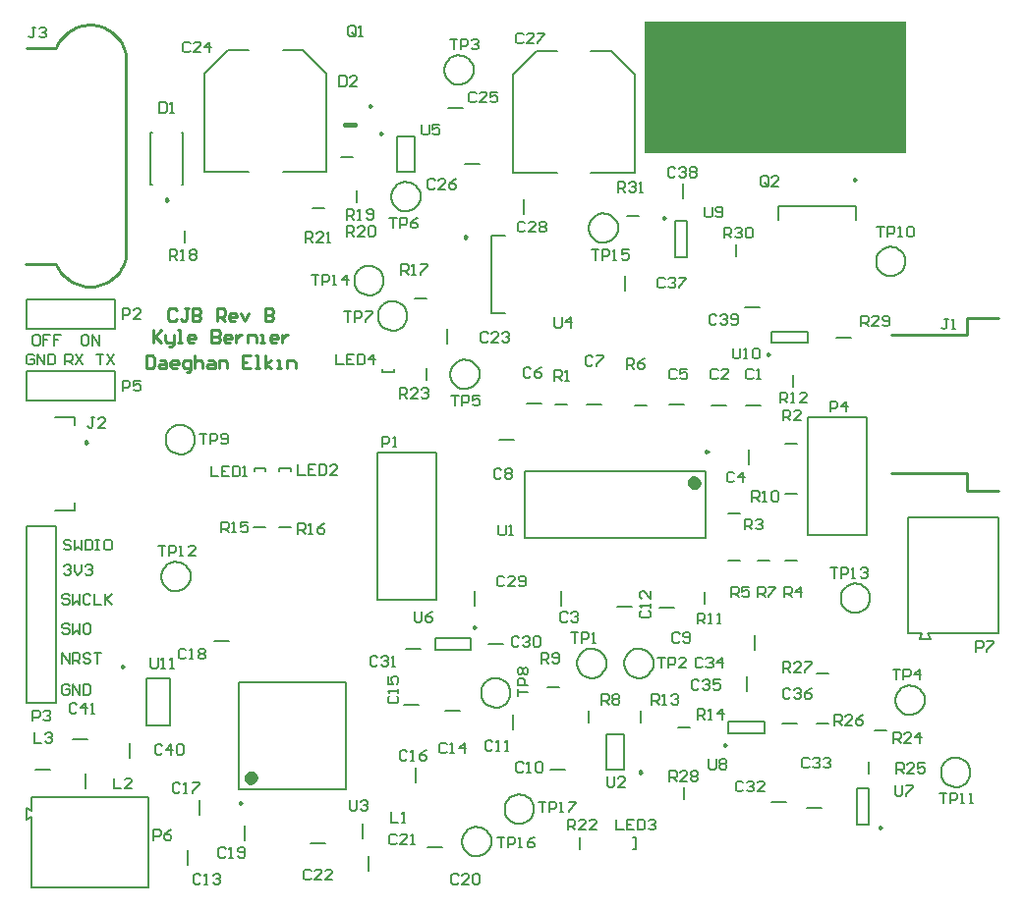
<source format=gto>
G04*
G04 #@! TF.GenerationSoftware,Altium Limited,Altium Designer,18.1.9 (240)*
G04*
G04 Layer_Color=65535*
%FSLAX25Y25*%
%MOIN*%
G70*
G01*
G75*
%ADD10C,0.01000*%
%ADD11C,0.00787*%
%ADD12C,0.00984*%
%ADD13C,0.02362*%
%ADD14C,0.00800*%
%ADD15C,0.01575*%
%ADD16R,0.88500X0.44500*%
D10*
X92304Y339706D02*
X92729Y338784D01*
X93227Y337899D01*
X93796Y337058D01*
X94431Y336266D01*
X95129Y335529D01*
X95884Y334851D01*
X96692Y334236D01*
X97548Y333689D01*
X98445Y333214D01*
X99378Y332813D01*
X100340Y332489D01*
X101325Y332245D01*
X102327Y332082D01*
X103339Y332000D01*
X104354Y332002D01*
X105366Y332086D01*
X106368Y332252D01*
X107352Y332499D01*
X108314Y332826D01*
X109245Y333229D01*
X110141Y333707D01*
X110995Y334257D01*
X111801Y334873D01*
X112554Y335554D01*
X113250Y336294D01*
X113883Y337087D01*
X114449Y337930D01*
X114945Y338816D01*
X115367Y339739D01*
X115713Y340694D01*
X115980Y341673D01*
X115973Y410903D02*
X115740Y411873D01*
X115429Y412821D01*
X115043Y413741D01*
X114584Y414627D01*
X114055Y415472D01*
X113459Y416273D01*
X112801Y417022D01*
X112085Y417716D01*
X111314Y418351D01*
X110495Y418920D01*
X109633Y419422D01*
X108733Y419853D01*
X107802Y420210D01*
X106844Y420490D01*
X105867Y420692D01*
X104877Y420815D01*
X103881Y420857D01*
X102884Y420819D01*
X101893Y420701D01*
X100915Y420503D01*
X99957Y420226D01*
X99023Y419874D01*
X98122Y419447D01*
X97257Y418949D01*
X96436Y418382D01*
X95663Y417751D01*
X94944Y417060D01*
X94282Y416313D01*
X93683Y415516D01*
X93151Y414672D01*
X92688Y413788D01*
X92298Y412870D01*
X401500Y321400D02*
X412050D01*
X401500Y315500D02*
Y321400D01*
X375800Y315500D02*
X401500D01*
X375800Y268500D02*
X401500D01*
Y262500D02*
Y268500D01*
Y262500D02*
X412050D01*
X82128Y339773D02*
X92128D01*
X115972Y341673D02*
Y410906D01*
X82248Y412874D02*
X92248D01*
X133222Y323785D02*
X132538Y324468D01*
X131172D01*
X130489Y323785D01*
Y321052D01*
X131172Y320369D01*
X132538D01*
X133222Y321052D01*
X137320Y324468D02*
X135954D01*
X136637D01*
Y321052D01*
X135954Y320369D01*
X135271D01*
X134588Y321052D01*
X138686Y324468D02*
Y320369D01*
X140736D01*
X141419Y321052D01*
Y321736D01*
X140736Y322419D01*
X138686D01*
X140736D01*
X141419Y323102D01*
Y323785D01*
X140736Y324468D01*
X138686D01*
X146884Y320369D02*
Y324468D01*
X148933D01*
X149616Y323785D01*
Y322419D01*
X148933Y321736D01*
X146884D01*
X148250D02*
X149616Y320369D01*
X153032D02*
X151666D01*
X150982Y321052D01*
Y322419D01*
X151666Y323102D01*
X153032D01*
X153715Y322419D01*
Y321736D01*
X150982D01*
X155081Y323102D02*
X156447Y320369D01*
X157814Y323102D01*
X163278Y324468D02*
Y320369D01*
X165328D01*
X166011Y321052D01*
Y321736D01*
X165328Y322419D01*
X163278D01*
X165328D01*
X166011Y323102D01*
Y323785D01*
X165328Y324468D01*
X163278D01*
X125366Y317149D02*
Y313051D01*
Y314417D01*
X128098Y317149D01*
X126049Y315100D01*
X128098Y313051D01*
X129464Y315783D02*
Y313734D01*
X130148Y313051D01*
X132197D01*
Y312368D01*
X131514Y311685D01*
X130831D01*
X132197Y313051D02*
Y315783D01*
X133563Y313051D02*
X134929D01*
X134246D01*
Y317149D01*
X133563D01*
X139028Y313051D02*
X137662D01*
X136979Y313734D01*
Y315100D01*
X137662Y315783D01*
X139028D01*
X139711Y315100D01*
Y314417D01*
X136979D01*
X145176Y317149D02*
Y313051D01*
X147225D01*
X147908Y313734D01*
Y314417D01*
X147225Y315100D01*
X145176D01*
X147225D01*
X147908Y315783D01*
Y316466D01*
X147225Y317149D01*
X145176D01*
X151324Y313051D02*
X149958D01*
X149275Y313734D01*
Y315100D01*
X149958Y315783D01*
X151324D01*
X152007Y315100D01*
Y314417D01*
X149275D01*
X153373Y315783D02*
Y313051D01*
Y314417D01*
X154056Y315100D01*
X154740Y315783D01*
X155423D01*
X157472Y313051D02*
Y315783D01*
X159521D01*
X160205Y315100D01*
Y313051D01*
X161571D02*
X162937D01*
X162254D01*
Y315783D01*
X161571D01*
X167036Y313051D02*
X165669D01*
X164986Y313734D01*
Y315100D01*
X165669Y315783D01*
X167036D01*
X167719Y315100D01*
Y314417D01*
X164986D01*
X169085Y315783D02*
Y313051D01*
Y314417D01*
X169768Y315100D01*
X170451Y315783D01*
X171134D01*
X122975Y308465D02*
Y304366D01*
X125024D01*
X125707Y305049D01*
Y307782D01*
X125024Y308465D01*
X122975D01*
X127757Y307099D02*
X129123D01*
X129806Y306416D01*
Y304366D01*
X127757D01*
X127074Y305049D01*
X127757Y305732D01*
X129806D01*
X133222Y304366D02*
X131855D01*
X131172Y305049D01*
Y306416D01*
X131855Y307099D01*
X133222D01*
X133905Y306416D01*
Y305732D01*
X131172D01*
X136637Y303000D02*
X137320D01*
X138003Y303683D01*
Y307099D01*
X135954D01*
X135271Y306416D01*
Y305049D01*
X135954Y304366D01*
X138003D01*
X139370Y308465D02*
Y304366D01*
Y306416D01*
X140053Y307099D01*
X141419D01*
X142102Y306416D01*
Y304366D01*
X144151Y307099D02*
X145518D01*
X146201Y306416D01*
Y304366D01*
X144151D01*
X143468Y305049D01*
X144151Y305732D01*
X146201D01*
X147567Y304366D02*
Y307099D01*
X149616D01*
X150299Y306416D01*
Y304366D01*
X158497Y308465D02*
X155764D01*
Y304366D01*
X158497D01*
X155764Y306416D02*
X157130D01*
X159863Y304366D02*
X161229D01*
X160546D01*
Y308465D01*
X159863D01*
X163278Y304366D02*
Y308465D01*
Y305732D02*
X165328Y307099D01*
X163278Y305732D02*
X165328Y304366D01*
X167377D02*
X168743D01*
X168060D01*
Y307099D01*
X167377D01*
X170793Y304366D02*
Y307099D01*
X172842D01*
X173525Y306416D01*
Y304366D01*
D11*
X254500Y154500D02*
X254398Y155507D01*
X254095Y156472D01*
X253604Y157356D01*
X252945Y158124D01*
X252145Y158743D01*
X251237Y159189D01*
X250257Y159442D01*
X249247Y159494D01*
X248247Y159340D01*
X247298Y158989D01*
X246440Y158454D01*
X245706Y157757D01*
X245128Y156927D01*
X244729Y155997D01*
X244526Y155006D01*
Y153994D01*
X244729Y153003D01*
X245128Y152074D01*
X245706Y151243D01*
X246440Y150546D01*
X247298Y150011D01*
X248247Y149660D01*
X249247Y149506D01*
X250257Y149558D01*
X251237Y149811D01*
X252145Y150257D01*
X252945Y150876D01*
X253604Y151644D01*
X254095Y152528D01*
X254398Y153493D01*
X254500Y154500D01*
X240000Y143500D02*
X239898Y144507D01*
X239595Y145472D01*
X239104Y146356D01*
X238445Y147124D01*
X237645Y147743D01*
X236736Y148189D01*
X235757Y148442D01*
X234747Y148494D01*
X233747Y148340D01*
X232798Y147989D01*
X231940Y147454D01*
X231206Y146757D01*
X230628Y145926D01*
X230229Y144997D01*
X230026Y144006D01*
Y142994D01*
X230229Y142003D01*
X230628Y141074D01*
X231206Y140243D01*
X231940Y139546D01*
X232798Y139011D01*
X233747Y138660D01*
X234747Y138506D01*
X235757Y138558D01*
X236736Y138811D01*
X237645Y139257D01*
X238445Y139876D01*
X239104Y140644D01*
X239595Y141528D01*
X239898Y142493D01*
X240000Y143500D01*
X203500Y334000D02*
X203398Y335006D01*
X203095Y335972D01*
X202604Y336856D01*
X201945Y337624D01*
X201145Y338243D01*
X200237Y338689D01*
X199257Y338942D01*
X198247Y338994D01*
X197247Y338840D01*
X196298Y338489D01*
X195440Y337954D01*
X194706Y337257D01*
X194128Y336426D01*
X193729Y335497D01*
X193526Y334506D01*
Y333494D01*
X193729Y332503D01*
X194128Y331574D01*
X194706Y330743D01*
X195440Y330046D01*
X196298Y329511D01*
X197247Y329160D01*
X198247Y329006D01*
X199257Y329058D01*
X200237Y329311D01*
X201145Y329757D01*
X201945Y330376D01*
X202604Y331144D01*
X203095Y332028D01*
X203398Y332994D01*
X203500Y334000D01*
X283000Y351819D02*
X282898Y352825D01*
X282595Y353791D01*
X282104Y354675D01*
X281445Y355443D01*
X280645Y356062D01*
X279736Y356508D01*
X278757Y356761D01*
X277747Y356813D01*
X276747Y356659D01*
X275798Y356308D01*
X274939Y355773D01*
X274206Y355076D01*
X273628Y354245D01*
X273229Y353316D01*
X273026Y352325D01*
Y351313D01*
X273229Y350322D01*
X273628Y349392D01*
X274206Y348562D01*
X274939Y347865D01*
X275798Y347330D01*
X276747Y346978D01*
X277747Y346825D01*
X278757Y346877D01*
X279736Y347130D01*
X280645Y347576D01*
X281445Y348195D01*
X282104Y348963D01*
X282595Y349847D01*
X282898Y350812D01*
X283000Y351819D01*
X368500Y226150D02*
X368398Y227156D01*
X368095Y228121D01*
X367604Y229006D01*
X366945Y229774D01*
X366145Y230393D01*
X365236Y230838D01*
X364257Y231092D01*
X363247Y231143D01*
X362247Y230990D01*
X361298Y230639D01*
X360439Y230103D01*
X359706Y229406D01*
X359128Y228576D01*
X358729Y227646D01*
X358526Y226656D01*
Y225644D01*
X358729Y224653D01*
X359128Y223723D01*
X359706Y222893D01*
X360439Y222196D01*
X361298Y221661D01*
X362247Y221309D01*
X363247Y221156D01*
X364257Y221207D01*
X365236Y221461D01*
X366145Y221906D01*
X366945Y222526D01*
X367604Y223293D01*
X368095Y224178D01*
X368398Y225143D01*
X368500Y226150D01*
X402500Y167000D02*
X402398Y168007D01*
X402095Y168972D01*
X401604Y169856D01*
X400945Y170624D01*
X400145Y171243D01*
X399236Y171689D01*
X398257Y171942D01*
X397247Y171994D01*
X396247Y171840D01*
X395298Y171489D01*
X394440Y170954D01*
X393706Y170257D01*
X393128Y169427D01*
X392729Y168497D01*
X392526Y167506D01*
Y166494D01*
X392729Y165503D01*
X393128Y164574D01*
X393706Y163743D01*
X394440Y163046D01*
X395298Y162511D01*
X396247Y162160D01*
X397247Y162006D01*
X398257Y162058D01*
X399236Y162311D01*
X400145Y162757D01*
X400945Y163376D01*
X401604Y164144D01*
X402095Y165028D01*
X402398Y165993D01*
X402500Y167000D01*
X138000Y233500D02*
X137898Y234507D01*
X137595Y235472D01*
X137104Y236356D01*
X136445Y237124D01*
X135645Y237743D01*
X134737Y238189D01*
X133757Y238442D01*
X132747Y238494D01*
X131747Y238340D01*
X130798Y237989D01*
X129939Y237454D01*
X129206Y236757D01*
X128628Y235927D01*
X128229Y234997D01*
X128026Y234006D01*
Y232994D01*
X128229Y232003D01*
X128628Y231073D01*
X129206Y230243D01*
X129939Y229546D01*
X130798Y229011D01*
X131747Y228660D01*
X132747Y228506D01*
X133757Y228558D01*
X134737Y228811D01*
X135645Y229257D01*
X136445Y229876D01*
X137104Y230644D01*
X137595Y231528D01*
X137898Y232493D01*
X138000Y233500D01*
X139500Y280000D02*
X139398Y281007D01*
X139095Y281972D01*
X138604Y282856D01*
X137945Y283624D01*
X137145Y284243D01*
X136237Y284689D01*
X135257Y284942D01*
X134247Y284994D01*
X133247Y284840D01*
X132298Y284489D01*
X131439Y283954D01*
X130706Y283257D01*
X130128Y282427D01*
X129729Y281497D01*
X129526Y280506D01*
Y279494D01*
X129729Y278503D01*
X130128Y277573D01*
X130706Y276743D01*
X131439Y276046D01*
X132298Y275511D01*
X133247Y275160D01*
X134247Y275006D01*
X135257Y275058D01*
X136237Y275311D01*
X137145Y275757D01*
X137945Y276376D01*
X138604Y277144D01*
X139095Y278028D01*
X139398Y278994D01*
X139500Y280000D01*
X380500Y340488D02*
X380398Y341495D01*
X380095Y342460D01*
X379604Y343344D01*
X378945Y344112D01*
X378145Y344731D01*
X377237Y345177D01*
X376257Y345430D01*
X375247Y345482D01*
X374247Y345329D01*
X373298Y344977D01*
X372440Y344442D01*
X371706Y343745D01*
X371128Y342915D01*
X370729Y341985D01*
X370526Y340994D01*
Y339982D01*
X370729Y338991D01*
X371128Y338062D01*
X371706Y337231D01*
X372440Y336534D01*
X373298Y335999D01*
X374247Y335648D01*
X375247Y335495D01*
X376257Y335546D01*
X377237Y335799D01*
X378145Y336245D01*
X378945Y336864D01*
X379604Y337632D01*
X380095Y338516D01*
X380398Y339482D01*
X380500Y340488D01*
X387000Y191500D02*
X386898Y192507D01*
X386595Y193472D01*
X386104Y194356D01*
X385445Y195124D01*
X384645Y195743D01*
X383736Y196189D01*
X382757Y196442D01*
X381747Y196494D01*
X380747Y196340D01*
X379798Y195989D01*
X378940Y195454D01*
X378206Y194757D01*
X377628Y193927D01*
X377229Y192997D01*
X377026Y192006D01*
Y190994D01*
X377229Y190003D01*
X377628Y189074D01*
X378206Y188243D01*
X378940Y187546D01*
X379798Y187011D01*
X380747Y186660D01*
X381747Y186506D01*
X382757Y186558D01*
X383736Y186811D01*
X384645Y187257D01*
X385445Y187876D01*
X386104Y188644D01*
X386595Y189528D01*
X386898Y190494D01*
X387000Y191500D01*
X211500Y322000D02*
X211398Y323007D01*
X211095Y323972D01*
X210604Y324856D01*
X209945Y325624D01*
X209145Y326243D01*
X208237Y326689D01*
X207257Y326942D01*
X206247Y326994D01*
X205247Y326840D01*
X204298Y326489D01*
X203439Y325954D01*
X202706Y325257D01*
X202128Y324427D01*
X201729Y323497D01*
X201526Y322506D01*
Y321494D01*
X201729Y320503D01*
X202128Y319573D01*
X202706Y318743D01*
X203439Y318046D01*
X204298Y317511D01*
X205247Y317160D01*
X206247Y317006D01*
X207257Y317058D01*
X208237Y317311D01*
X209145Y317757D01*
X209945Y318376D01*
X210604Y319144D01*
X211095Y320028D01*
X211398Y320993D01*
X211500Y322000D01*
X216000Y362500D02*
X215898Y363507D01*
X215595Y364472D01*
X215104Y365356D01*
X214445Y366124D01*
X213645Y366743D01*
X212737Y367189D01*
X211757Y367442D01*
X210747Y367494D01*
X209747Y367340D01*
X208798Y366989D01*
X207940Y366454D01*
X207206Y365757D01*
X206628Y364927D01*
X206229Y363997D01*
X206026Y363006D01*
Y361994D01*
X206229Y361003D01*
X206628Y360073D01*
X207206Y359243D01*
X207940Y358546D01*
X208798Y358011D01*
X209747Y357660D01*
X210747Y357506D01*
X211757Y357558D01*
X212737Y357811D01*
X213645Y358257D01*
X214445Y358876D01*
X215104Y359644D01*
X215595Y360528D01*
X215898Y361493D01*
X216000Y362500D01*
X234000Y405500D02*
X233898Y406506D01*
X233595Y407472D01*
X233104Y408356D01*
X232445Y409124D01*
X231645Y409743D01*
X230736Y410189D01*
X229757Y410442D01*
X228747Y410494D01*
X227747Y410340D01*
X226798Y409989D01*
X225939Y409454D01*
X225206Y408757D01*
X224628Y407927D01*
X224229Y406997D01*
X224026Y406006D01*
Y404994D01*
X224229Y404003D01*
X224628Y403074D01*
X225206Y402243D01*
X225939Y401546D01*
X226798Y401011D01*
X227747Y400660D01*
X228747Y400506D01*
X229757Y400558D01*
X230736Y400811D01*
X231645Y401257D01*
X232445Y401876D01*
X233104Y402644D01*
X233595Y403528D01*
X233898Y404494D01*
X234000Y405500D01*
X246500Y194000D02*
X246398Y195007D01*
X246095Y195972D01*
X245604Y196856D01*
X244945Y197624D01*
X244145Y198243D01*
X243236Y198689D01*
X242257Y198942D01*
X241247Y198994D01*
X240247Y198840D01*
X239298Y198489D01*
X238439Y197954D01*
X237706Y197257D01*
X237128Y196426D01*
X236729Y195497D01*
X236526Y194506D01*
Y193494D01*
X236729Y192503D01*
X237128Y191574D01*
X237706Y190743D01*
X238439Y190046D01*
X239298Y189511D01*
X240247Y189160D01*
X241247Y189006D01*
X242257Y189058D01*
X243236Y189311D01*
X244145Y189757D01*
X244945Y190376D01*
X245604Y191144D01*
X246095Y192028D01*
X246398Y192993D01*
X246500Y194000D01*
X236000Y302150D02*
X235898Y303156D01*
X235595Y304121D01*
X235104Y305006D01*
X234445Y305774D01*
X233645Y306393D01*
X232736Y306838D01*
X231757Y307092D01*
X230747Y307143D01*
X229747Y306990D01*
X228798Y306639D01*
X227940Y306103D01*
X227206Y305406D01*
X226628Y304576D01*
X226229Y303646D01*
X226026Y302656D01*
Y301644D01*
X226229Y300653D01*
X226628Y299723D01*
X227206Y298893D01*
X227940Y298196D01*
X228798Y297661D01*
X229747Y297309D01*
X230747Y297156D01*
X231757Y297207D01*
X232736Y297461D01*
X233645Y297906D01*
X234445Y298526D01*
X235104Y299293D01*
X235595Y300178D01*
X235898Y301143D01*
X236000Y302150D01*
X294994Y204000D02*
X294891Y205007D01*
X294588Y205972D01*
X294098Y206856D01*
X293439Y207624D01*
X292639Y208243D01*
X291730Y208689D01*
X290751Y208942D01*
X289740Y208994D01*
X288740Y208840D01*
X287792Y208489D01*
X286933Y207954D01*
X286200Y207257D01*
X285622Y206427D01*
X285223Y205497D01*
X285019Y204506D01*
Y203494D01*
X285223Y202503D01*
X285622Y201573D01*
X286200Y200743D01*
X286933Y200046D01*
X287792Y199511D01*
X288740Y199160D01*
X289740Y199006D01*
X290751Y199058D01*
X291730Y199311D01*
X292639Y199757D01*
X293439Y200376D01*
X294098Y201144D01*
X294588Y202028D01*
X294891Y202993D01*
X294994Y204000D01*
X279000D02*
X278898Y205007D01*
X278595Y205972D01*
X278104Y206856D01*
X277445Y207624D01*
X276645Y208243D01*
X275736Y208689D01*
X274757Y208942D01*
X273747Y208994D01*
X272747Y208840D01*
X271798Y208489D01*
X270939Y207954D01*
X270206Y207257D01*
X269628Y206427D01*
X269229Y205497D01*
X269026Y204506D01*
Y203494D01*
X269229Y202503D01*
X269628Y201573D01*
X270206Y200743D01*
X270939Y200046D01*
X271798Y199511D01*
X272747Y199160D01*
X273747Y199006D01*
X274757Y199058D01*
X275736Y199311D01*
X276645Y199757D01*
X277445Y200376D01*
X278104Y201144D01*
X278595Y202028D01*
X278898Y202993D01*
X279000Y204000D01*
X279047Y180102D02*
X284953D01*
X279047Y167898D02*
X284953D01*
X279047D02*
Y180102D01*
X284953Y167898D02*
Y180102D01*
X381252Y214407D02*
X386173D01*
X381252D02*
Y253778D01*
X411961D01*
Y214407D02*
Y253778D01*
X385189Y212439D02*
X389126D01*
X388142Y214407D02*
X389126Y212439D01*
X388142Y214407D02*
X411961D01*
X385189Y212439D02*
X386173Y214407D01*
X221500Y225500D02*
Y275500D01*
X201500Y225500D02*
Y275500D01*
Y225500D02*
X221500D01*
X201500Y275500D02*
X221500D01*
X302445Y354181D02*
X306382D01*
X302445Y341976D02*
X306382D01*
X302445D02*
Y354181D01*
X306382Y341976D02*
Y354181D01*
X320378Y180190D02*
Y184127D01*
X332583Y180190D02*
Y184127D01*
X320378Y180190D02*
X332583D01*
X320378Y184127D02*
X332583D01*
X364181Y149330D02*
X368119D01*
X364181Y161535D02*
X368119D01*
Y149330D02*
Y161535D01*
X364181Y149330D02*
Y161535D01*
X334998Y312831D02*
Y316769D01*
X347202Y312831D02*
Y316769D01*
X334998Y312831D02*
X347202D01*
X334998Y316769D02*
X347202D01*
X233102Y208531D02*
Y212469D01*
X220898Y208531D02*
Y212469D01*
X233102D01*
X220898Y208531D02*
X233102D01*
X208047Y370898D02*
X213953D01*
X208047Y383102D02*
X213953D01*
Y370898D02*
Y383102D01*
X208047Y370898D02*
Y383102D01*
X240126Y322811D02*
X244850D01*
X240126D02*
Y349189D01*
X244850D01*
X190646Y161320D02*
Y197541D01*
X154425Y161320D02*
Y197541D01*
X190646D01*
X154425Y161320D02*
X190646D01*
X251291Y246472D02*
Y269307D01*
X312709Y246472D02*
Y269307D01*
X251291Y246472D02*
X312709D01*
X251291Y269307D02*
X312709D01*
X123000Y183000D02*
X131000D01*
X123000Y199000D02*
X131000D01*
Y183000D02*
Y199000D01*
X123000Y183000D02*
Y199000D01*
X363689Y354650D02*
Y359374D01*
X337311D02*
X363689D01*
X337311Y354650D02*
Y359374D01*
X84158Y153827D02*
Y158748D01*
X123528D01*
Y128039D02*
Y158748D01*
X84158Y128039D02*
X123528D01*
X82189Y150874D02*
Y154811D01*
Y150874D02*
X84158Y151858D01*
Y128039D02*
Y151858D01*
X82189Y154811D02*
X84158Y153827D01*
X347500Y247500D02*
Y287500D01*
X367500Y247500D02*
Y287500D01*
X347500D02*
X367500D01*
X347500Y247500D02*
X367500D01*
X82500Y303314D02*
X112500D01*
X82500Y293314D02*
Y303314D01*
Y293314D02*
X112500D01*
Y303314D01*
X82500Y250500D02*
X92500D01*
X82500Y190500D02*
X92500D01*
X82500D02*
Y250500D01*
X92500Y190500D02*
Y250500D01*
X82500Y317500D02*
X112500D01*
Y327500D01*
X82500D02*
X112500D01*
X82500Y317500D02*
Y327500D01*
X289090Y141032D02*
Y144968D01*
X287910D02*
X289090D01*
X287910Y141032D02*
X289090D01*
X203031Y302909D02*
X206968D01*
Y304090D01*
X203031Y302909D02*
Y304090D01*
X168032Y270331D02*
X171968D01*
X168032Y269150D02*
Y270331D01*
X171968Y269150D02*
Y270331D01*
X159531D02*
X163469D01*
X159531Y269150D02*
Y270331D01*
X163469Y269150D02*
Y270331D01*
X91909Y255881D02*
X98602D01*
Y258625D01*
Y285003D02*
Y287747D01*
X91909D02*
X98602D01*
X124488Y366642D02*
Y384358D01*
X135512Y366642D02*
Y384358D01*
X124488Y366642D02*
X125079D01*
X124488Y384358D02*
X125079D01*
X134921Y366642D02*
X135512D01*
X134921Y384358D02*
X135512D01*
X247331Y370630D02*
Y403947D01*
Y370630D02*
X262193D01*
X273807D02*
X288669D01*
Y403947D01*
X255352Y411969D02*
X262193D01*
X247331Y403947D02*
X255352Y411969D01*
X280648D02*
X288669Y403947D01*
X273807Y411969D02*
X280648D01*
X142831Y370831D02*
Y404148D01*
Y370831D02*
X157693D01*
X169307D02*
X184169D01*
Y404148D01*
X150852Y412169D02*
X157693D01*
X142831Y404148D02*
X150852Y412169D01*
X176148D02*
X184169Y404148D01*
X169307Y412169D02*
X176148D01*
D12*
X290957Y167110D02*
X290218Y167536D01*
Y166684D01*
X290957Y167110D01*
X299099Y355264D02*
X298361Y355690D01*
Y354838D01*
X299099Y355264D01*
X319787Y176352D02*
X319049Y176778D01*
Y175925D01*
X319787Y176352D01*
X372449Y148247D02*
X371711Y148673D01*
Y147821D01*
X372449Y148247D01*
X334407Y308993D02*
X333669Y309419D01*
Y308567D01*
X334407Y308993D01*
X234677Y216307D02*
X233939Y216733D01*
Y215881D01*
X234677Y216307D01*
X203028Y383890D02*
X202289Y384316D01*
Y383464D01*
X203028Y383890D01*
X231760Y348815D02*
X231022Y349241D01*
Y348389D01*
X231760Y348815D01*
X155508Y156596D02*
X154770Y157022D01*
Y156169D01*
X155508Y156596D01*
X313535Y276000D02*
X312797Y276426D01*
Y275574D01*
X313535Y276000D01*
X115492Y203000D02*
X114754Y203426D01*
Y202574D01*
X115492Y203000D01*
X363807Y368232D02*
X363069Y368658D01*
Y367806D01*
X363807Y368232D01*
X199492Y393314D02*
X198754Y393740D01*
Y392888D01*
X199492Y393314D01*
X103092Y279114D02*
X102354Y279540D01*
Y278688D01*
X103092Y279114D01*
X130492Y361425D02*
X129754Y361851D01*
Y360999D01*
X130492Y361425D01*
D13*
X159543Y165257D02*
X159099Y166181D01*
X158099Y166409D01*
X157298Y165770D01*
Y164745D01*
X158099Y164106D01*
X159099Y164334D01*
X159543Y165257D01*
X309953Y265370D02*
X309508Y266294D01*
X308509Y266522D01*
X307708Y265882D01*
Y264858D01*
X308509Y264219D01*
X309508Y264447D01*
X309953Y265370D01*
D14*
X357000Y314500D02*
X362000D01*
X286000Y356000D02*
X290000D01*
X323000Y342339D02*
Y346339D01*
X305500Y158000D02*
Y162000D01*
X350240Y200659D02*
X354240D01*
X350240Y183713D02*
X354240D01*
X368000Y166780D02*
Y170780D01*
X369957Y181429D02*
X373957D01*
X270000Y141000D02*
Y145000D01*
X179500Y358500D02*
X183500D01*
X194500Y360500D02*
Y364500D01*
X189000Y376000D02*
X193000D01*
X136000Y347000D02*
Y351000D01*
X214000Y328000D02*
X218000D01*
X168000Y250240D02*
X172000D01*
X159500D02*
X163500D01*
X303500Y182314D02*
X307500D01*
X290794Y184000D02*
Y188000D01*
X342500Y298000D02*
Y302000D01*
X312500Y224150D02*
Y228150D01*
X339562Y261650D02*
X343562D01*
X259000Y196000D02*
X263000D01*
X273000Y184000D02*
Y188000D01*
X330336Y239010D02*
X334336D01*
X288794Y291650D02*
X292794D01*
X320294Y239010D02*
X324294D01*
X339562Y239010D02*
X343562D01*
X320294Y255010D02*
X324294D01*
X339562Y278650D02*
X343562D01*
X261794Y292010D02*
X265794D01*
X218000Y300150D02*
Y304150D01*
X85500Y168000D02*
X90500D01*
X102500Y161465D02*
Y166465D01*
X196500Y144500D02*
Y149500D01*
X305000Y361799D02*
Y366799D01*
X285294Y330500D02*
Y335500D01*
X338764Y183545D02*
X343764D01*
X326740Y194537D02*
Y199537D01*
X329240Y208659D02*
Y213659D01*
X156500Y144000D02*
Y149000D01*
X347000Y155000D02*
X352000D01*
X335000Y157000D02*
X340000D01*
X98000Y178446D02*
X103000D01*
X211000Y209000D02*
X216000D01*
X239000Y210500D02*
X244000D01*
X234500Y223500D02*
Y228500D01*
X251000Y356500D02*
Y361500D01*
X231000Y373500D02*
X236000D01*
X225500Y392500D02*
X230500D01*
X225000Y312500D02*
Y317500D01*
X178785Y142925D02*
X183785D01*
X198500Y133500D02*
Y138500D01*
X218500Y141500D02*
X223500D01*
X146000Y211500D02*
X151000D01*
X141000Y152623D02*
Y157623D01*
X214500Y163500D02*
Y168500D01*
X210500Y189922D02*
X215500D01*
X224500Y188000D02*
X229500D01*
X137000Y135500D02*
Y140500D01*
X282794Y223150D02*
X287794D01*
X260000Y168000D02*
X265000D01*
X247500Y181500D02*
Y186500D01*
X297000Y223000D02*
X302000D01*
X242794Y279961D02*
X247794D01*
X272500Y291890D02*
X277500D01*
X252127Y292390D02*
X257127D01*
X300465Y291890D02*
X305465D01*
X327294Y271510D02*
Y276510D01*
X326000Y325000D02*
X331000D01*
X263794Y223650D02*
Y228650D01*
X314794Y291510D02*
X319794D01*
X117500Y172000D02*
Y177000D01*
X326294Y291510D02*
X331294D01*
X86299Y315599D02*
X85100D01*
X84500Y314999D01*
Y312600D01*
X85100Y312000D01*
X86299D01*
X86899Y312600D01*
Y314999D01*
X86299Y315599D01*
X90498D02*
X88099D01*
Y313799D01*
X89298D01*
X88099D01*
Y312000D01*
X94097Y315599D02*
X91698D01*
Y313799D01*
X92897D01*
X91698D01*
Y312000D01*
X102799Y315599D02*
X101600D01*
X101000Y314999D01*
Y312600D01*
X101600Y312000D01*
X102799D01*
X103399Y312600D01*
Y314999D01*
X102799Y315599D01*
X104599Y312000D02*
Y315599D01*
X106998Y312000D01*
Y315599D01*
X106000Y309099D02*
X108399D01*
X107200D01*
Y305500D01*
X109599Y309099D02*
X111998Y305500D01*
Y309099D02*
X109599Y305500D01*
X95500D02*
Y309099D01*
X97299D01*
X97899Y308499D01*
Y307299D01*
X97299Y306700D01*
X95500D01*
X96700D02*
X97899Y305500D01*
X99099Y309099D02*
X101498Y305500D01*
Y309099D02*
X99099Y305500D01*
X84899Y308499D02*
X84299Y309099D01*
X83100D01*
X82500Y308499D01*
Y306100D01*
X83100Y305500D01*
X84299D01*
X84899Y306100D01*
Y307299D01*
X83700D01*
X86099Y305500D02*
Y309099D01*
X88498Y305500D01*
Y309099D01*
X89698D02*
Y305500D01*
X91497D01*
X92097Y306100D01*
Y308499D01*
X91497Y309099D01*
X89698D01*
X96899Y196372D02*
X96299Y196972D01*
X95100D01*
X94500Y196372D01*
Y193973D01*
X95100Y193373D01*
X96299D01*
X96899Y193973D01*
Y195173D01*
X95700D01*
X98099Y193373D02*
Y196972D01*
X100498Y193373D01*
Y196972D01*
X101698D02*
Y193373D01*
X103497D01*
X104097Y193973D01*
Y196372D01*
X103497Y196972D01*
X101698D01*
X94500Y203873D02*
Y207472D01*
X96899Y203873D01*
Y207472D01*
X98099Y203873D02*
Y207472D01*
X99898D01*
X100498Y206872D01*
Y205673D01*
X99898Y205073D01*
X98099D01*
X99299D02*
X100498Y203873D01*
X104097Y206872D02*
X103497Y207472D01*
X102297D01*
X101698Y206872D01*
Y206272D01*
X102297Y205673D01*
X103497D01*
X104097Y205073D01*
Y204473D01*
X103497Y203873D01*
X102297D01*
X101698Y204473D01*
X105297Y207472D02*
X107696D01*
X106496D01*
Y203873D01*
X96899Y216999D02*
X96299Y217599D01*
X95100D01*
X94500Y216999D01*
Y216399D01*
X95100Y215799D01*
X96299D01*
X96899Y215200D01*
Y214600D01*
X96299Y214000D01*
X95100D01*
X94500Y214600D01*
X98099Y217599D02*
Y214000D01*
X99299Y215200D01*
X100498Y214000D01*
Y217599D01*
X103497D02*
X102297D01*
X101698Y216999D01*
Y214600D01*
X102297Y214000D01*
X103497D01*
X104097Y214600D01*
Y216999D01*
X103497Y217599D01*
X96899Y226999D02*
X96299Y227599D01*
X95100D01*
X94500Y226999D01*
Y226399D01*
X95100Y225799D01*
X96299D01*
X96899Y225200D01*
Y224600D01*
X96299Y224000D01*
X95100D01*
X94500Y224600D01*
X98099Y227599D02*
Y224000D01*
X99299Y225200D01*
X100498Y224000D01*
Y227599D01*
X104097Y226999D02*
X103497Y227599D01*
X102297D01*
X101698Y226999D01*
Y224600D01*
X102297Y224000D01*
X103497D01*
X104097Y224600D01*
X105297Y227599D02*
Y224000D01*
X107696D01*
X108895Y227599D02*
Y224000D01*
Y225200D01*
X111295Y227599D01*
X109495Y225799D01*
X111295Y224000D01*
X95000Y236999D02*
X95600Y237599D01*
X96799D01*
X97399Y236999D01*
Y236399D01*
X96799Y235799D01*
X96200D01*
X96799D01*
X97399Y235200D01*
Y234600D01*
X96799Y234000D01*
X95600D01*
X95000Y234600D01*
X98599Y237599D02*
Y235200D01*
X99799Y234000D01*
X100998Y235200D01*
Y237599D01*
X102198Y236999D02*
X102797Y237599D01*
X103997D01*
X104597Y236999D01*
Y236399D01*
X103997Y235799D01*
X103397D01*
X103997D01*
X104597Y235200D01*
Y234600D01*
X103997Y234000D01*
X102797D01*
X102198Y234600D01*
X97399Y245499D02*
X96799Y246099D01*
X95600D01*
X95000Y245499D01*
Y244899D01*
X95600Y244299D01*
X96799D01*
X97399Y243700D01*
Y243100D01*
X96799Y242500D01*
X95600D01*
X95000Y243100D01*
X98599Y246099D02*
Y242500D01*
X99799Y243700D01*
X100998Y242500D01*
Y246099D01*
X102198D02*
Y242500D01*
X103997D01*
X104597Y243100D01*
Y245499D01*
X103997Y246099D01*
X102198D01*
X105797D02*
X106996D01*
X106396D01*
Y242500D01*
X105797D01*
X106996D01*
X110595Y246099D02*
X109395D01*
X108796Y245499D01*
Y243100D01*
X109395Y242500D01*
X110595D01*
X111195Y243100D01*
Y245499D01*
X110595Y246099D01*
X256000Y157099D02*
X258399D01*
X257200D01*
Y153500D01*
X259599D02*
Y157099D01*
X261398D01*
X261998Y156499D01*
Y155299D01*
X261398Y154700D01*
X259599D01*
X263198Y153500D02*
X264397D01*
X263797D01*
Y157099D01*
X263198Y156499D01*
X266197Y157099D02*
X268596D01*
Y156499D01*
X266197Y154100D01*
Y153500D01*
X242000Y145099D02*
X244399D01*
X243200D01*
Y141500D01*
X245599D02*
Y145099D01*
X247398D01*
X247998Y144499D01*
Y143299D01*
X247398Y142700D01*
X245599D01*
X249198Y141500D02*
X250397D01*
X249798D01*
Y145099D01*
X249198Y144499D01*
X254596Y145099D02*
X253396Y144499D01*
X252197Y143299D01*
Y142100D01*
X252797Y141500D01*
X253996D01*
X254596Y142100D01*
Y142700D01*
X253996Y143299D01*
X252197D01*
X274000Y344599D02*
X276399D01*
X275200D01*
Y341000D01*
X277599D02*
Y344599D01*
X279398D01*
X279998Y343999D01*
Y342799D01*
X279398Y342200D01*
X277599D01*
X281198Y341000D02*
X282397D01*
X281798D01*
Y344599D01*
X281198Y343999D01*
X286596Y344599D02*
X284197D01*
Y342799D01*
X285396Y343399D01*
X285996D01*
X286596Y342799D01*
Y341600D01*
X285996Y341000D01*
X284797D01*
X284197Y341600D01*
X179000Y336099D02*
X181399D01*
X180200D01*
Y332500D01*
X182599D02*
Y336099D01*
X184398D01*
X184998Y335499D01*
Y334299D01*
X184398Y333700D01*
X182599D01*
X186198Y332500D02*
X187397D01*
X186797D01*
Y336099D01*
X186198Y335499D01*
X190996Y332500D02*
Y336099D01*
X189197Y334299D01*
X191596D01*
X355000Y236599D02*
X357399D01*
X356200D01*
Y233000D01*
X358599D02*
Y236599D01*
X360398D01*
X360998Y235999D01*
Y234799D01*
X360398Y234200D01*
X358599D01*
X362198Y233000D02*
X363397D01*
X362797D01*
Y236599D01*
X362198Y235999D01*
X365197D02*
X365796Y236599D01*
X366996D01*
X367596Y235999D01*
Y235399D01*
X366996Y234799D01*
X366396D01*
X366996D01*
X367596Y234200D01*
Y233600D01*
X366996Y233000D01*
X365796D01*
X365197Y233600D01*
X127000Y244099D02*
X129399D01*
X128200D01*
Y240500D01*
X130599D02*
Y244099D01*
X132398D01*
X132998Y243499D01*
Y242299D01*
X132398Y241700D01*
X130599D01*
X134198Y240500D02*
X135397D01*
X134798D01*
Y244099D01*
X134198Y243499D01*
X139596Y240500D02*
X137197D01*
X139596Y242899D01*
Y243499D01*
X138996Y244099D01*
X137796D01*
X137197Y243499D01*
X392000Y160099D02*
X394399D01*
X393200D01*
Y156500D01*
X395599D02*
Y160099D01*
X397398D01*
X397998Y159499D01*
Y158299D01*
X397398Y157700D01*
X395599D01*
X399198Y156500D02*
X400397D01*
X399798D01*
Y160099D01*
X399198Y159499D01*
X402197Y156500D02*
X403396D01*
X402797D01*
Y160099D01*
X402197Y159499D01*
X370800Y352387D02*
X373199D01*
X372000D01*
Y348788D01*
X374399D02*
Y352387D01*
X376198D01*
X376798Y351787D01*
Y350588D01*
X376198Y349988D01*
X374399D01*
X377998Y348788D02*
X379197D01*
X378597D01*
Y352387D01*
X377998Y351787D01*
X380997D02*
X381596Y352387D01*
X382796D01*
X383396Y351787D01*
Y349388D01*
X382796Y348788D01*
X381596D01*
X380997Y349388D01*
Y351787D01*
X141000Y282099D02*
X143399D01*
X142200D01*
Y278500D01*
X144599D02*
Y282099D01*
X146398D01*
X146998Y281499D01*
Y280299D01*
X146398Y279700D01*
X144599D01*
X148198Y279100D02*
X148798Y278500D01*
X149997D01*
X150597Y279100D01*
Y281499D01*
X149997Y282099D01*
X148798D01*
X148198Y281499D01*
Y280899D01*
X148798Y280299D01*
X150597D01*
X279294Y165599D02*
Y162600D01*
X279894Y162000D01*
X281093D01*
X281693Y162600D01*
Y165599D01*
X285292Y162000D02*
X282893D01*
X285292Y164399D01*
Y164999D01*
X284692Y165599D01*
X283492D01*
X282893Y164999D01*
X203000Y277500D02*
Y281099D01*
X204799D01*
X205399Y280499D01*
Y279299D01*
X204799Y278700D01*
X203000D01*
X206599Y277500D02*
X207799D01*
X207199D01*
Y281099D01*
X206599Y280499D01*
X296500Y206099D02*
X298899D01*
X297700D01*
Y202500D01*
X300099D02*
Y206099D01*
X301898D01*
X302498Y205499D01*
Y204299D01*
X301898Y203700D01*
X300099D01*
X306097Y202500D02*
X303698D01*
X306097Y204899D01*
Y205499D01*
X305497Y206099D01*
X304297D01*
X303698Y205499D01*
X267000Y214599D02*
X269399D01*
X268200D01*
Y211000D01*
X270599D02*
Y214599D01*
X272398D01*
X272998Y213999D01*
Y212799D01*
X272398Y212200D01*
X270599D01*
X274198Y211000D02*
X275397D01*
X274798D01*
Y214599D01*
X274198Y213999D01*
X355000Y289500D02*
Y293099D01*
X356799D01*
X357399Y292499D01*
Y291299D01*
X356799Y290700D01*
X355000D01*
X360398Y289500D02*
Y293099D01*
X358599Y291299D01*
X360998D01*
X149899Y140999D02*
X149299Y141599D01*
X148100D01*
X147500Y140999D01*
Y138600D01*
X148100Y138000D01*
X149299D01*
X149899Y138600D01*
X151099Y138000D02*
X152298D01*
X151699D01*
Y141599D01*
X151099Y140999D01*
X154098Y138600D02*
X154698Y138000D01*
X155897D01*
X156497Y138600D01*
Y140999D01*
X155897Y141599D01*
X154698D01*
X154098Y140999D01*
Y140399D01*
X154698Y139799D01*
X156497D01*
X85000Y180599D02*
Y177000D01*
X87399D01*
X88599Y179999D02*
X89199Y180599D01*
X90398D01*
X90998Y179999D01*
Y179399D01*
X90398Y178799D01*
X89798D01*
X90398D01*
X90998Y178200D01*
Y177600D01*
X90398Y177000D01*
X89199D01*
X88599Y177600D01*
X112000Y165099D02*
Y161500D01*
X114399D01*
X117998D02*
X115599D01*
X117998Y163899D01*
Y164499D01*
X117398Y165099D01*
X116199D01*
X115599Y164499D01*
X99399Y189999D02*
X98799Y190599D01*
X97600D01*
X97000Y189999D01*
Y187600D01*
X97600Y187000D01*
X98799D01*
X99399Y187600D01*
X102398Y187000D02*
Y190599D01*
X100599Y188799D01*
X102998D01*
X104198Y187000D02*
X105397D01*
X104797D01*
Y190599D01*
X104198Y189999D01*
X209000Y294000D02*
Y297599D01*
X210799D01*
X211399Y296999D01*
Y295799D01*
X210799Y295200D01*
X209000D01*
X210200D02*
X211399Y294000D01*
X214998D02*
X212599D01*
X214998Y296399D01*
Y296999D01*
X214398Y297599D01*
X213199D01*
X212599Y296999D01*
X216198D02*
X216797Y297599D01*
X217997D01*
X218597Y296999D01*
Y296399D01*
X217997Y295799D01*
X217397D01*
X217997D01*
X218597Y295200D01*
Y294600D01*
X217997Y294000D01*
X216797D01*
X216198Y294600D01*
X187500Y309099D02*
Y305500D01*
X189899D01*
X193498Y309099D02*
X191099D01*
Y305500D01*
X193498D01*
X191099Y307299D02*
X192298D01*
X194698Y309099D02*
Y305500D01*
X196497D01*
X197097Y306100D01*
Y308499D01*
X196497Y309099D01*
X194698D01*
X200096Y305500D02*
Y309099D01*
X198296Y307299D01*
X200696D01*
X365500Y318500D02*
Y322099D01*
X367299D01*
X367899Y321499D01*
Y320299D01*
X367299Y319700D01*
X365500D01*
X366700D02*
X367899Y318500D01*
X371498D02*
X369099D01*
X371498Y320899D01*
Y321499D01*
X370898Y322099D01*
X369699D01*
X369099Y321499D01*
X372698Y319100D02*
X373298Y318500D01*
X374497D01*
X375097Y319100D01*
Y321499D01*
X374497Y322099D01*
X373298D01*
X372698Y321499D01*
Y320899D01*
X373298Y320299D01*
X375097D01*
X322000Y311099D02*
Y308100D01*
X322600Y307500D01*
X323799D01*
X324399Y308100D01*
Y311099D01*
X325599Y307500D02*
X326799D01*
X326199D01*
Y311099D01*
X325599Y310499D01*
X328598D02*
X329198Y311099D01*
X330397D01*
X330997Y310499D01*
Y308100D01*
X330397Y307500D01*
X329198D01*
X328598Y308100D01*
Y310499D01*
X316399Y321999D02*
X315799Y322599D01*
X314600D01*
X314000Y321999D01*
Y319600D01*
X314600Y319000D01*
X315799D01*
X316399Y319600D01*
X317599Y321999D02*
X318199Y322599D01*
X319398D01*
X319998Y321999D01*
Y321399D01*
X319398Y320799D01*
X318798D01*
X319398D01*
X319998Y320200D01*
Y319600D01*
X319398Y319000D01*
X318199D01*
X317599Y319600D01*
X321198D02*
X321797Y319000D01*
X322997D01*
X323597Y319600D01*
Y321999D01*
X322997Y322599D01*
X321797D01*
X321198Y321999D01*
Y321399D01*
X321797Y320799D01*
X323597D01*
X242500Y251099D02*
Y248100D01*
X243100Y247500D01*
X244299D01*
X244899Y248100D01*
Y251099D01*
X246099Y247500D02*
X247299D01*
X246699D01*
Y251099D01*
X246099Y250499D01*
X376212Y202099D02*
X378612D01*
X377412D01*
Y198500D01*
X379811D02*
Y202099D01*
X381611D01*
X382210Y201499D01*
Y200299D01*
X381611Y199700D01*
X379811D01*
X385209Y198500D02*
Y202099D01*
X383410Y200299D01*
X385809D01*
X214000Y221599D02*
Y218600D01*
X214600Y218000D01*
X215799D01*
X216399Y218600D01*
Y221599D01*
X219998D02*
X218798Y220999D01*
X217599Y219799D01*
Y218600D01*
X218199Y218000D01*
X219398D01*
X219998Y218600D01*
Y219200D01*
X219398Y219799D01*
X217599D01*
X124500Y205864D02*
Y202865D01*
X125100Y202265D01*
X126299D01*
X126899Y202865D01*
Y205864D01*
X128099Y202265D02*
X129298D01*
X128699D01*
Y205864D01*
X128099Y205264D01*
X131098Y202265D02*
X132298D01*
X131698D01*
Y205864D01*
X131098Y205264D01*
X128399Y175959D02*
X127799Y176559D01*
X126600D01*
X126000Y175959D01*
Y173559D01*
X126600Y172960D01*
X127799D01*
X128399Y173559D01*
X131398Y172960D02*
Y176559D01*
X129599Y174759D01*
X131998D01*
X133198Y175959D02*
X133798Y176559D01*
X134997D01*
X135597Y175959D01*
Y173559D01*
X134997Y172960D01*
X133798D01*
X133198Y173559D01*
Y175959D01*
X190000Y323599D02*
X192399D01*
X191200D01*
Y320000D01*
X193599D02*
Y323599D01*
X195398D01*
X195998Y322999D01*
Y321799D01*
X195398Y321200D01*
X193599D01*
X197198Y323599D02*
X199597D01*
Y322999D01*
X197198Y320600D01*
Y320000D01*
X205500Y355418D02*
X207899D01*
X206700D01*
Y351819D01*
X209099D02*
Y355418D01*
X210898D01*
X211498Y354818D01*
Y353618D01*
X210898Y353018D01*
X209099D01*
X215097Y355418D02*
X213897Y354818D01*
X212698Y353618D01*
Y352419D01*
X213298Y351819D01*
X214497D01*
X215097Y352419D01*
Y353018D01*
X214497Y353618D01*
X212698D01*
X226000Y416099D02*
X228399D01*
X227200D01*
Y412500D01*
X229599D02*
Y416099D01*
X231398D01*
X231998Y415499D01*
Y414299D01*
X231398Y413700D01*
X229599D01*
X233198Y415499D02*
X233798Y416099D01*
X234997D01*
X235597Y415499D01*
Y414899D01*
X234997Y414299D01*
X234397D01*
X234997D01*
X235597Y413700D01*
Y413100D01*
X234997Y412500D01*
X233798D01*
X233198Y413100D01*
X125500Y144000D02*
Y147599D01*
X127299D01*
X127899Y146999D01*
Y145799D01*
X127299Y145200D01*
X125500D01*
X131498Y147599D02*
X130298Y146999D01*
X129099Y145799D01*
Y144600D01*
X129699Y144000D01*
X130898D01*
X131498Y144600D01*
Y145200D01*
X130898Y145799D01*
X129099D01*
X313794Y171599D02*
Y168600D01*
X314394Y168000D01*
X315593D01*
X316193Y168600D01*
Y171599D01*
X317393Y170999D02*
X317992Y171599D01*
X319192D01*
X319792Y170999D01*
Y170399D01*
X319192Y169799D01*
X319792Y169200D01*
Y168600D01*
X319192Y168000D01*
X317992D01*
X317393Y168600D01*
Y169200D01*
X317992Y169799D01*
X317393Y170399D01*
Y170999D01*
X317992Y169799D02*
X319192D01*
X266000Y147500D02*
Y151099D01*
X267799D01*
X268399Y150499D01*
Y149299D01*
X267799Y148700D01*
X266000D01*
X267200D02*
X268399Y147500D01*
X271998D02*
X269599D01*
X271998Y149899D01*
Y150499D01*
X271398Y151099D01*
X270199D01*
X269599Y150499D01*
X275597Y147500D02*
X273198D01*
X275597Y149899D01*
Y150499D01*
X274997Y151099D01*
X273797D01*
X273198Y150499D01*
X174500Y248000D02*
Y251599D01*
X176299D01*
X176899Y250999D01*
Y249799D01*
X176299Y249200D01*
X174500D01*
X175700D02*
X176899Y248000D01*
X178099D02*
X179298D01*
X178699D01*
Y251599D01*
X178099Y250999D01*
X183497Y251599D02*
X182298Y250999D01*
X181098Y249799D01*
Y248600D01*
X181698Y248000D01*
X182897D01*
X183497Y248600D01*
Y249200D01*
X182897Y249799D01*
X181098D01*
X148500Y248500D02*
Y252099D01*
X150299D01*
X150899Y251499D01*
Y250299D01*
X150299Y249700D01*
X148500D01*
X149700D02*
X150899Y248500D01*
X152099D02*
X153298D01*
X152699D01*
Y252099D01*
X152099Y251499D01*
X157497Y252099D02*
X155098D01*
Y250299D01*
X156298Y250899D01*
X156897D01*
X157497Y250299D01*
Y249100D01*
X156897Y248500D01*
X155698D01*
X155098Y249100D01*
X282500Y151099D02*
Y147500D01*
X284899D01*
X288498Y151099D02*
X286099D01*
Y147500D01*
X288498D01*
X286099Y149299D02*
X287298D01*
X289698Y151099D02*
Y147500D01*
X291497D01*
X292097Y148100D01*
Y150499D01*
X291497Y151099D01*
X289698D01*
X293297Y150499D02*
X293896Y151099D01*
X295096D01*
X295696Y150499D01*
Y149899D01*
X295096Y149299D01*
X294496D01*
X295096D01*
X295696Y148700D01*
Y148100D01*
X295096Y147500D01*
X293896D01*
X293297Y148100D01*
X174500Y271599D02*
Y268000D01*
X176899D01*
X180498Y271599D02*
X178099D01*
Y268000D01*
X180498D01*
X178099Y269799D02*
X179298D01*
X181698Y271599D02*
Y268000D01*
X183497D01*
X184097Y268600D01*
Y270999D01*
X183497Y271599D01*
X181698D01*
X187696Y268000D02*
X185296D01*
X187696Y270399D01*
Y270999D01*
X187096Y271599D01*
X185896D01*
X185296Y270999D01*
X145035Y271099D02*
Y267500D01*
X147435D01*
X151033Y271099D02*
X148634D01*
Y267500D01*
X151033D01*
X148634Y269299D02*
X149834D01*
X152233Y271099D02*
Y267500D01*
X154033D01*
X154632Y268100D01*
Y270499D01*
X154033Y271099D01*
X152233D01*
X155832Y267500D02*
X157032D01*
X156432D01*
Y271099D01*
X155832Y270499D01*
X298899Y334499D02*
X298299Y335099D01*
X297100D01*
X296500Y334499D01*
Y332100D01*
X297100Y331500D01*
X298299D01*
X298899Y332100D01*
X300099Y334499D02*
X300699Y335099D01*
X301898D01*
X302498Y334499D01*
Y333899D01*
X301898Y333299D01*
X301298D01*
X301898D01*
X302498Y332700D01*
Y332100D01*
X301898Y331500D01*
X300699D01*
X300099Y332100D01*
X303698Y335099D02*
X306097D01*
Y334499D01*
X303698Y332100D01*
Y331500D01*
X325399Y163499D02*
X324799Y164099D01*
X323600D01*
X323000Y163499D01*
Y161100D01*
X323600Y160500D01*
X324799D01*
X325399Y161100D01*
X326599Y163499D02*
X327199Y164099D01*
X328398D01*
X328998Y163499D01*
Y162899D01*
X328398Y162299D01*
X327799D01*
X328398D01*
X328998Y161700D01*
Y161100D01*
X328398Y160500D01*
X327199D01*
X326599Y161100D01*
X332597Y160500D02*
X330198D01*
X332597Y162899D01*
Y163499D01*
X331997Y164099D01*
X330798D01*
X330198Y163499D01*
X201399Y205999D02*
X200799Y206599D01*
X199600D01*
X199000Y205999D01*
Y203600D01*
X199600Y203000D01*
X200799D01*
X201399Y203600D01*
X202599Y205999D02*
X203199Y206599D01*
X204398D01*
X204998Y205999D01*
Y205399D01*
X204398Y204799D01*
X203799D01*
X204398D01*
X204998Y204200D01*
Y203600D01*
X204398Y203000D01*
X203199D01*
X202599Y203600D01*
X206198Y203000D02*
X207397D01*
X206798D01*
Y206599D01*
X206198Y205999D01*
X347899Y171499D02*
X347299Y172099D01*
X346100D01*
X345500Y171499D01*
Y169100D01*
X346100Y168500D01*
X347299D01*
X347899Y169100D01*
X349099Y171499D02*
X349699Y172099D01*
X350898D01*
X351498Y171499D01*
Y170899D01*
X350898Y170299D01*
X350299D01*
X350898D01*
X351498Y169700D01*
Y169100D01*
X350898Y168500D01*
X349699D01*
X349099Y169100D01*
X352698Y171499D02*
X353297Y172099D01*
X354497D01*
X355097Y171499D01*
Y170899D01*
X354497Y170299D01*
X353897D01*
X354497D01*
X355097Y169700D01*
Y169100D01*
X354497Y168500D01*
X353297D01*
X352698Y169100D01*
X248901Y193000D02*
Y195399D01*
Y194200D01*
X252500D01*
Y196599D02*
X248901D01*
Y198398D01*
X249501Y198998D01*
X250701D01*
X251300Y198398D01*
Y196599D01*
X249501Y200198D02*
X248901Y200798D01*
Y201997D01*
X249501Y202597D01*
X250101D01*
X250701Y201997D01*
X251300Y202597D01*
X251900D01*
X252500Y201997D01*
Y200798D01*
X251900Y200198D01*
X251300D01*
X250701Y200798D01*
X250101Y200198D01*
X249501D01*
X250701Y200798D02*
Y201997D01*
X85399Y420099D02*
X84200D01*
X84799D01*
Y417100D01*
X84200Y416500D01*
X83600D01*
X83000Y417100D01*
X86599Y419499D02*
X87199Y420099D01*
X88398D01*
X88998Y419499D01*
Y418899D01*
X88398Y418299D01*
X87799D01*
X88398D01*
X88998Y417700D01*
Y417100D01*
X88398Y416500D01*
X87199D01*
X86599Y417100D01*
X250899Y417499D02*
X250299Y418099D01*
X249100D01*
X248500Y417499D01*
Y415100D01*
X249100Y414500D01*
X250299D01*
X250899Y415100D01*
X254498Y414500D02*
X252099D01*
X254498Y416899D01*
Y417499D01*
X253898Y418099D01*
X252699D01*
X252099Y417499D01*
X255698Y418099D02*
X258097D01*
Y417499D01*
X255698Y415100D01*
Y414500D01*
X395049Y321099D02*
X393850D01*
X394449D01*
Y318100D01*
X393850Y317500D01*
X393250D01*
X392650Y318100D01*
X396249Y317500D02*
X397448D01*
X396849D01*
Y321099D01*
X396249Y320499D01*
X328879Y303499D02*
X328280Y304099D01*
X327080D01*
X326480Y303499D01*
Y301100D01*
X327080Y300500D01*
X328280D01*
X328879Y301100D01*
X330079Y300500D02*
X331279D01*
X330679D01*
Y304099D01*
X330079Y303499D01*
X105399Y287599D02*
X104200D01*
X104799D01*
Y284600D01*
X104200Y284000D01*
X103600D01*
X103000Y284600D01*
X108998Y284000D02*
X106599D01*
X108998Y286399D01*
Y286999D01*
X108398Y287599D01*
X107199D01*
X106599Y286999D01*
X312500Y359099D02*
Y356100D01*
X313100Y355500D01*
X314299D01*
X314899Y356100D01*
Y359099D01*
X316099Y356100D02*
X316699Y355500D01*
X317898D01*
X318498Y356100D01*
Y358499D01*
X317898Y359099D01*
X316699D01*
X316099Y358499D01*
Y357899D01*
X316699Y357299D01*
X318498D01*
X226500Y295099D02*
X228899D01*
X227700D01*
Y291500D01*
X230099D02*
Y295099D01*
X231898D01*
X232498Y294499D01*
Y293299D01*
X231898Y292700D01*
X230099D01*
X236097Y295099D02*
X233698D01*
Y293299D01*
X234897Y293899D01*
X235497D01*
X236097Y293299D01*
Y292100D01*
X235497Y291500D01*
X234297D01*
X233698Y292100D01*
X283000Y364000D02*
Y367599D01*
X284799D01*
X285399Y366999D01*
Y365799D01*
X284799Y365200D01*
X283000D01*
X284200D02*
X285399Y364000D01*
X286599Y366999D02*
X287199Y367599D01*
X288398D01*
X288998Y366999D01*
Y366399D01*
X288398Y365799D01*
X287799D01*
X288398D01*
X288998Y365200D01*
Y364600D01*
X288398Y364000D01*
X287199D01*
X286599Y364600D01*
X290198Y364000D02*
X291397D01*
X290797D01*
Y367599D01*
X290198Y366999D01*
X302399Y371999D02*
X301799Y372599D01*
X300600D01*
X300000Y371999D01*
Y369600D01*
X300600Y369000D01*
X301799D01*
X302399Y369600D01*
X303599Y371999D02*
X304199Y372599D01*
X305398D01*
X305998Y371999D01*
Y371399D01*
X305398Y370799D01*
X304799D01*
X305398D01*
X305998Y370200D01*
Y369600D01*
X305398Y369000D01*
X304199D01*
X303599Y369600D01*
X307198Y371999D02*
X307798Y372599D01*
X308997D01*
X309597Y371999D01*
Y371399D01*
X308997Y370799D01*
X309597Y370200D01*
Y369600D01*
X308997Y369000D01*
X307798D01*
X307198Y369600D01*
Y370200D01*
X307798Y370799D01*
X307198Y371399D01*
Y371999D01*
X307798Y370799D02*
X308997D01*
X377000Y162599D02*
Y159600D01*
X377600Y159000D01*
X378799D01*
X379399Y159600D01*
Y162599D01*
X380599D02*
X382998D01*
Y161999D01*
X380599Y159600D01*
Y159000D01*
X206000Y153599D02*
Y150000D01*
X208399D01*
X209599D02*
X210799D01*
X210199D01*
Y153599D01*
X209599Y152999D01*
X178899Y133499D02*
X178299Y134099D01*
X177100D01*
X176500Y133499D01*
Y131100D01*
X177100Y130500D01*
X178299D01*
X178899Y131100D01*
X182498Y130500D02*
X180099D01*
X182498Y132899D01*
Y133499D01*
X181898Y134099D01*
X180699D01*
X180099Y133499D01*
X186097Y130500D02*
X183698D01*
X186097Y132899D01*
Y133499D01*
X185497Y134099D01*
X184298D01*
X183698Y133499D01*
X137899Y414499D02*
X137299Y415099D01*
X136100D01*
X135500Y414499D01*
Y412100D01*
X136100Y411500D01*
X137299D01*
X137899Y412100D01*
X141498Y411500D02*
X139099D01*
X141498Y413899D01*
Y414499D01*
X140898Y415099D01*
X139699D01*
X139099Y414499D01*
X144497Y411500D02*
Y415099D01*
X142698Y413299D01*
X145097D01*
X115000Y321000D02*
Y324599D01*
X116799D01*
X117399Y323999D01*
Y322799D01*
X116799Y322200D01*
X115000D01*
X120998Y321000D02*
X118599D01*
X120998Y323399D01*
Y323999D01*
X120398Y324599D01*
X119199D01*
X118599Y323999D01*
X250899Y169999D02*
X250299Y170599D01*
X249100D01*
X248500Y169999D01*
Y167600D01*
X249100Y167000D01*
X250299D01*
X250899Y167600D01*
X252099Y167000D02*
X253298D01*
X252699D01*
Y170599D01*
X252099Y169999D01*
X255098D02*
X255698Y170599D01*
X256897D01*
X257497Y169999D01*
Y167600D01*
X256897Y167000D01*
X255698D01*
X255098Y167600D01*
Y169999D01*
X240399Y177279D02*
X239799Y177879D01*
X238600D01*
X238000Y177279D01*
Y174880D01*
X238600Y174280D01*
X239799D01*
X240399Y174880D01*
X241599Y174280D02*
X242798D01*
X242199D01*
Y177879D01*
X241599Y177279D01*
X244598Y174280D02*
X245797D01*
X245198D01*
Y177879D01*
X244598Y177279D01*
X300500Y163960D02*
Y167559D01*
X302299D01*
X302899Y166959D01*
Y165759D01*
X302299Y165159D01*
X300500D01*
X301700D02*
X302899Y163960D01*
X306498D02*
X304099D01*
X306498Y166359D01*
Y166959D01*
X305898Y167559D01*
X304699D01*
X304099Y166959D01*
X307698D02*
X308297Y167559D01*
X309497D01*
X310097Y166959D01*
Y166359D01*
X309497Y165759D01*
X310097Y165159D01*
Y164559D01*
X309497Y163960D01*
X308297D01*
X307698Y164559D01*
Y165159D01*
X308297Y165759D01*
X307698Y166359D01*
Y166959D01*
X308297Y165759D02*
X309497D01*
X339000Y201000D02*
Y204599D01*
X340799D01*
X341399Y203999D01*
Y202799D01*
X340799Y202200D01*
X339000D01*
X340200D02*
X341399Y201000D01*
X344998D02*
X342599D01*
X344998Y203399D01*
Y203999D01*
X344398Y204599D01*
X343199D01*
X342599Y203999D01*
X346198Y204599D02*
X348597D01*
Y203999D01*
X346198Y201600D01*
Y201000D01*
X356500Y183000D02*
Y186599D01*
X358299D01*
X358899Y185999D01*
Y184799D01*
X358299Y184200D01*
X356500D01*
X357700D02*
X358899Y183000D01*
X362498D02*
X360099D01*
X362498Y185399D01*
Y185999D01*
X361898Y186599D01*
X360699D01*
X360099Y185999D01*
X366097Y186599D02*
X364897Y185999D01*
X363698Y184799D01*
Y183600D01*
X364298Y183000D01*
X365497D01*
X366097Y183600D01*
Y184200D01*
X365497Y184799D01*
X363698D01*
X341399Y194999D02*
X340799Y195599D01*
X339600D01*
X339000Y194999D01*
Y192600D01*
X339600Y192000D01*
X340799D01*
X341399Y192600D01*
X342599Y194999D02*
X343199Y195599D01*
X344398D01*
X344998Y194999D01*
Y194399D01*
X344398Y193799D01*
X343798D01*
X344398D01*
X344998Y193200D01*
Y192600D01*
X344398Y192000D01*
X343199D01*
X342599Y192600D01*
X348597Y195599D02*
X347397Y194999D01*
X346198Y193799D01*
Y192600D01*
X346797Y192000D01*
X347997D01*
X348597Y192600D01*
Y193200D01*
X347997Y193799D01*
X346198D01*
X310399Y197999D02*
X309799Y198599D01*
X308600D01*
X308000Y197999D01*
Y195600D01*
X308600Y195000D01*
X309799D01*
X310399Y195600D01*
X311599Y197999D02*
X312199Y198599D01*
X313398D01*
X313998Y197999D01*
Y197399D01*
X313398Y196799D01*
X312799D01*
X313398D01*
X313998Y196200D01*
Y195600D01*
X313398Y195000D01*
X312199D01*
X311599Y195600D01*
X317597Y198599D02*
X315198D01*
Y196799D01*
X316397Y197399D01*
X316997D01*
X317597Y196799D01*
Y195600D01*
X316997Y195000D01*
X315797D01*
X315198Y195600D01*
X311639Y205499D02*
X311040Y206099D01*
X309840D01*
X309240Y205499D01*
Y203100D01*
X309840Y202500D01*
X311040D01*
X311639Y203100D01*
X312839Y205499D02*
X313439Y206099D01*
X314638D01*
X315238Y205499D01*
Y204899D01*
X314638Y204299D01*
X314039D01*
X314638D01*
X315238Y203700D01*
Y203100D01*
X314638Y202500D01*
X313439D01*
X312839Y203100D01*
X318237Y202500D02*
Y206099D01*
X316438Y204299D01*
X318837D01*
X319000Y348500D02*
Y352099D01*
X320799D01*
X321399Y351499D01*
Y350299D01*
X320799Y349700D01*
X319000D01*
X320200D02*
X321399Y348500D01*
X322599Y351499D02*
X323199Y352099D01*
X324398D01*
X324998Y351499D01*
Y350899D01*
X324398Y350299D01*
X323798D01*
X324398D01*
X324998Y349700D01*
Y349100D01*
X324398Y348500D01*
X323199D01*
X322599Y349100D01*
X326198Y351499D02*
X326798Y352099D01*
X327997D01*
X328597Y351499D01*
Y349100D01*
X327997Y348500D01*
X326798D01*
X326198Y349100D01*
Y351499D01*
X310000Y185000D02*
Y188599D01*
X311799D01*
X312399Y187999D01*
Y186799D01*
X311799Y186200D01*
X310000D01*
X311200D02*
X312399Y185000D01*
X313599D02*
X314798D01*
X314199D01*
Y188599D01*
X313599Y187999D01*
X318397Y185000D02*
Y188599D01*
X316598Y186799D01*
X318997D01*
X294500Y190000D02*
Y193599D01*
X296299D01*
X296899Y192999D01*
Y191799D01*
X296299Y191200D01*
X294500D01*
X295700D02*
X296899Y190000D01*
X298099D02*
X299299D01*
X298699D01*
Y193599D01*
X298099Y192999D01*
X301098D02*
X301698Y193599D01*
X302897D01*
X303497Y192999D01*
Y192399D01*
X302897Y191799D01*
X302297D01*
X302897D01*
X303497Y191200D01*
Y190600D01*
X302897Y190000D01*
X301698D01*
X301098Y190600D01*
X257000Y204000D02*
Y207599D01*
X258799D01*
X259399Y206999D01*
Y205799D01*
X258799Y205200D01*
X257000D01*
X258200D02*
X259399Y204000D01*
X260599Y204600D02*
X261199Y204000D01*
X262398D01*
X262998Y204600D01*
Y206999D01*
X262398Y207599D01*
X261199D01*
X260599Y206999D01*
Y206399D01*
X261199Y205799D01*
X262998D01*
X277500Y190000D02*
Y193599D01*
X279299D01*
X279899Y192999D01*
Y191799D01*
X279299Y191200D01*
X277500D01*
X278700D02*
X279899Y190000D01*
X281099Y192999D02*
X281699Y193599D01*
X282898D01*
X283498Y192999D01*
Y192399D01*
X282898Y191799D01*
X283498Y191200D01*
Y190600D01*
X282898Y190000D01*
X281699D01*
X281099Y190600D01*
Y191200D01*
X281699Y191799D01*
X281099Y192399D01*
Y192999D01*
X281699Y191799D02*
X282898D01*
X377500Y166612D02*
Y170211D01*
X379299D01*
X379899Y169611D01*
Y168411D01*
X379299Y167811D01*
X377500D01*
X378700D02*
X379899Y166612D01*
X383498D02*
X381099D01*
X383498Y169011D01*
Y169611D01*
X382898Y170211D01*
X381699D01*
X381099Y169611D01*
X387097Y170211D02*
X384698D01*
Y168411D01*
X385897Y169011D01*
X386497D01*
X387097Y168411D01*
Y167212D01*
X386497Y166612D01*
X385297D01*
X384698Y167212D01*
X339000Y286500D02*
Y290099D01*
X340799D01*
X341399Y289499D01*
Y288299D01*
X340799Y287700D01*
X339000D01*
X340200D02*
X341399Y286500D01*
X344998D02*
X342599D01*
X344998Y288899D01*
Y289499D01*
X344398Y290099D01*
X343199D01*
X342599Y289499D01*
X333899Y366600D02*
Y368999D01*
X333299Y369599D01*
X332100D01*
X331500Y368999D01*
Y366600D01*
X332100Y366000D01*
X333299D01*
X332700Y367200D02*
X333899Y366000D01*
X333299D02*
X333899Y366600D01*
X337498Y366000D02*
X335099D01*
X337498Y368399D01*
Y368999D01*
X336898Y369599D01*
X335699D01*
X335099Y368999D01*
X322399Y268499D02*
X321799Y269099D01*
X320600D01*
X320000Y268499D01*
Y266100D01*
X320600Y265500D01*
X321799D01*
X322399Y266100D01*
X325398Y265500D02*
Y269099D01*
X323599Y267299D01*
X325998D01*
X404500Y208000D02*
Y211599D01*
X406299D01*
X406899Y210999D01*
Y209799D01*
X406299Y209200D01*
X404500D01*
X408099Y211599D02*
X410498D01*
Y210999D01*
X408099Y208600D01*
Y208000D01*
X115000Y296500D02*
Y300099D01*
X116799D01*
X117399Y299499D01*
Y298299D01*
X116799Y297700D01*
X115000D01*
X120998Y300099D02*
X118599D01*
Y298299D01*
X119799Y298899D01*
X120398D01*
X120998Y298299D01*
Y297100D01*
X120398Y296500D01*
X119199D01*
X118599Y297100D01*
X84500Y184500D02*
Y188099D01*
X86299D01*
X86899Y187499D01*
Y186299D01*
X86299Y185700D01*
X84500D01*
X88099Y187499D02*
X88699Y188099D01*
X89898D01*
X90498Y187499D01*
Y186899D01*
X89898Y186299D01*
X89298D01*
X89898D01*
X90498Y185700D01*
Y185100D01*
X89898Y184500D01*
X88699D01*
X88099Y185100D01*
X216500Y387099D02*
Y384100D01*
X217100Y383500D01*
X218299D01*
X218899Y384100D01*
Y387099D01*
X222498D02*
X220099D01*
Y385299D01*
X221299Y385899D01*
X221898D01*
X222498Y385299D01*
Y384100D01*
X221898Y383500D01*
X220699D01*
X220099Y384100D01*
X261500Y321599D02*
Y318600D01*
X262100Y318000D01*
X263299D01*
X263899Y318600D01*
Y321599D01*
X266898Y318000D02*
Y321599D01*
X265099Y319799D01*
X267498D01*
X192000Y157599D02*
Y154600D01*
X192600Y154000D01*
X193799D01*
X194399Y154600D01*
Y157599D01*
X195599Y156999D02*
X196199Y157599D01*
X197398D01*
X197998Y156999D01*
Y156399D01*
X197398Y155799D01*
X196799D01*
X197398D01*
X197998Y155200D01*
Y154600D01*
X197398Y154000D01*
X196199D01*
X195599Y154600D01*
X177000Y347000D02*
Y350599D01*
X178799D01*
X179399Y349999D01*
Y348799D01*
X178799Y348200D01*
X177000D01*
X178200D02*
X179399Y347000D01*
X182998D02*
X180599D01*
X182998Y349399D01*
Y349999D01*
X182398Y350599D01*
X181199D01*
X180599Y349999D01*
X184198Y347000D02*
X185397D01*
X184798D01*
Y350599D01*
X184198Y349999D01*
X191000Y349000D02*
Y352599D01*
X192799D01*
X193399Y351999D01*
Y350799D01*
X192799Y350200D01*
X191000D01*
X192200D02*
X193399Y349000D01*
X196998D02*
X194599D01*
X196998Y351399D01*
Y351999D01*
X196398Y352599D01*
X195199D01*
X194599Y351999D01*
X198198D02*
X198798Y352599D01*
X199997D01*
X200597Y351999D01*
Y349600D01*
X199997Y349000D01*
X198798D01*
X198198Y349600D01*
Y351999D01*
X191000Y354760D02*
Y358359D01*
X192799D01*
X193399Y357759D01*
Y356559D01*
X192799Y355960D01*
X191000D01*
X192200D02*
X193399Y354760D01*
X194599D02*
X195799D01*
X195199D01*
Y358359D01*
X194599Y357759D01*
X197598Y355360D02*
X198198Y354760D01*
X199397D01*
X199997Y355360D01*
Y357759D01*
X199397Y358359D01*
X198198D01*
X197598Y357759D01*
Y357159D01*
X198198Y356559D01*
X199997D01*
X131000Y341000D02*
Y344599D01*
X132799D01*
X133399Y343999D01*
Y342799D01*
X132799Y342200D01*
X131000D01*
X132200D02*
X133399Y341000D01*
X134599D02*
X135799D01*
X135199D01*
Y344599D01*
X134599Y343999D01*
X137598D02*
X138198Y344599D01*
X139397D01*
X139997Y343999D01*
Y343399D01*
X139397Y342799D01*
X139997Y342200D01*
Y341600D01*
X139397Y341000D01*
X138198D01*
X137598Y341600D01*
Y342200D01*
X138198Y342799D01*
X137598Y343399D01*
Y343999D01*
X138198Y342799D02*
X139397D01*
X209500Y336000D02*
Y339599D01*
X211299D01*
X211899Y338999D01*
Y337799D01*
X211299Y337200D01*
X209500D01*
X210700D02*
X211899Y336000D01*
X213099D02*
X214299D01*
X213699D01*
Y339599D01*
X213099Y338999D01*
X216098Y339599D02*
X218497D01*
Y338999D01*
X216098Y336600D01*
Y336000D01*
X193899Y417600D02*
Y419999D01*
X193299Y420599D01*
X192100D01*
X191500Y419999D01*
Y417600D01*
X192100Y417000D01*
X193299D01*
X192700Y418200D02*
X193899Y417000D01*
X193299D02*
X193899Y417600D01*
X195099Y417000D02*
X196299D01*
X195699D01*
Y420599D01*
X195099Y419999D01*
X188500Y403599D02*
Y400000D01*
X190299D01*
X190899Y400600D01*
Y402999D01*
X190299Y403599D01*
X188500D01*
X194498Y400000D02*
X192099D01*
X194498Y402399D01*
Y402999D01*
X193898Y403599D01*
X192699D01*
X192099Y402999D01*
X127500Y394599D02*
Y391000D01*
X129299D01*
X129899Y391600D01*
Y393999D01*
X129299Y394599D01*
X127500D01*
X131099Y391000D02*
X132299D01*
X131699D01*
Y394599D01*
X131099Y393999D01*
X249399Y212626D02*
X248799Y213226D01*
X247600D01*
X247000Y212626D01*
Y210227D01*
X247600Y209627D01*
X248799D01*
X249399Y210227D01*
X250599Y212626D02*
X251199Y213226D01*
X252398D01*
X252998Y212626D01*
Y212026D01*
X252398Y211426D01*
X251799D01*
X252398D01*
X252998Y210827D01*
Y210227D01*
X252398Y209627D01*
X251199D01*
X250599Y210227D01*
X254198Y212626D02*
X254798Y213226D01*
X255997D01*
X256597Y212626D01*
Y210227D01*
X255997Y209627D01*
X254798D01*
X254198Y210227D01*
Y212626D01*
X244399Y233149D02*
X243799Y233749D01*
X242600D01*
X242000Y233149D01*
Y230749D01*
X242600Y230150D01*
X243799D01*
X244399Y230749D01*
X247998Y230150D02*
X245599D01*
X247998Y232549D01*
Y233149D01*
X247398Y233749D01*
X246199D01*
X245599Y233149D01*
X249198Y230749D02*
X249798Y230150D01*
X250997D01*
X251597Y230749D01*
Y233149D01*
X250997Y233749D01*
X249798D01*
X249198Y233149D01*
Y232549D01*
X249798Y231949D01*
X251597D01*
X220899Y367999D02*
X220299Y368599D01*
X219100D01*
X218500Y367999D01*
Y365600D01*
X219100Y365000D01*
X220299D01*
X220899Y365600D01*
X224498Y365000D02*
X222099D01*
X224498Y367399D01*
Y367999D01*
X223898Y368599D01*
X222699D01*
X222099Y367999D01*
X228097Y368599D02*
X226897Y367999D01*
X225698Y366799D01*
Y365600D01*
X226297Y365000D01*
X227497D01*
X228097Y365600D01*
Y366200D01*
X227497Y366799D01*
X225698D01*
X234899Y397499D02*
X234299Y398099D01*
X233100D01*
X232500Y397499D01*
Y395100D01*
X233100Y394500D01*
X234299D01*
X234899Y395100D01*
X238498Y394500D02*
X236099D01*
X238498Y396899D01*
Y397499D01*
X237898Y398099D01*
X236699D01*
X236099Y397499D01*
X242097Y398099D02*
X239698D01*
Y396299D01*
X240897Y396899D01*
X241497D01*
X242097Y396299D01*
Y395100D01*
X241497Y394500D01*
X240298D01*
X239698Y395100D01*
X251399Y353499D02*
X250799Y354099D01*
X249600D01*
X249000Y353499D01*
Y351100D01*
X249600Y350500D01*
X250799D01*
X251399Y351100D01*
X254998Y350500D02*
X252599D01*
X254998Y352899D01*
Y353499D01*
X254398Y354099D01*
X253199D01*
X252599Y353499D01*
X256198D02*
X256798Y354099D01*
X257997D01*
X258597Y353499D01*
Y352899D01*
X257997Y352299D01*
X258597Y351700D01*
Y351100D01*
X257997Y350500D01*
X256798D01*
X256198Y351100D01*
Y351700D01*
X256798Y352299D01*
X256198Y352899D01*
Y353499D01*
X256798Y352299D02*
X257997D01*
X238899Y315999D02*
X238299Y316599D01*
X237100D01*
X236500Y315999D01*
Y313600D01*
X237100Y313000D01*
X238299D01*
X238899Y313600D01*
X242498Y313000D02*
X240099D01*
X242498Y315399D01*
Y315999D01*
X241898Y316599D01*
X240699D01*
X240099Y315999D01*
X243698D02*
X244298Y316599D01*
X245497D01*
X246097Y315999D01*
Y315399D01*
X245497Y314799D01*
X244897D01*
X245497D01*
X246097Y314200D01*
Y313600D01*
X245497Y313000D01*
X244298D01*
X243698Y313600D01*
X207899Y145499D02*
X207299Y146099D01*
X206100D01*
X205500Y145499D01*
Y143100D01*
X206100Y142500D01*
X207299D01*
X207899Y143100D01*
X211498Y142500D02*
X209099D01*
X211498Y144899D01*
Y145499D01*
X210898Y146099D01*
X209699D01*
X209099Y145499D01*
X212698Y142500D02*
X213897D01*
X213298D01*
Y146099D01*
X212698Y145499D01*
X205501Y192899D02*
X204901Y192299D01*
Y191100D01*
X205501Y190500D01*
X207900D01*
X208500Y191100D01*
Y192299D01*
X207900Y192899D01*
X208500Y194099D02*
Y195299D01*
Y194699D01*
X204901D01*
X205501Y194099D01*
X204901Y199497D02*
Y197098D01*
X206701D01*
X206101Y198298D01*
Y198897D01*
X206701Y199497D01*
X207900D01*
X208500Y198897D01*
Y197698D01*
X207900Y197098D01*
X136399Y208499D02*
X135799Y209099D01*
X134600D01*
X134000Y208499D01*
Y206100D01*
X134600Y205500D01*
X135799D01*
X136399Y206100D01*
X137599Y205500D02*
X138798D01*
X138199D01*
Y209099D01*
X137599Y208499D01*
X140598D02*
X141198Y209099D01*
X142397D01*
X142997Y208499D01*
Y207899D01*
X142397Y207299D01*
X142997Y206700D01*
Y206100D01*
X142397Y205500D01*
X141198D01*
X140598Y206100D01*
Y206700D01*
X141198Y207299D01*
X140598Y207899D01*
Y208499D01*
X141198Y207299D02*
X142397D01*
X134399Y162999D02*
X133799Y163599D01*
X132600D01*
X132000Y162999D01*
Y160600D01*
X132600Y160000D01*
X133799D01*
X134399Y160600D01*
X135599Y160000D02*
X136799D01*
X136199D01*
Y163599D01*
X135599Y162999D01*
X138598Y163599D02*
X140997D01*
Y162999D01*
X138598Y160600D01*
Y160000D01*
X211399Y173999D02*
X210799Y174599D01*
X209600D01*
X209000Y173999D01*
Y171600D01*
X209600Y171000D01*
X210799D01*
X211399Y171600D01*
X212599Y171000D02*
X213798D01*
X213199D01*
Y174599D01*
X212599Y173999D01*
X217997Y174599D02*
X216797Y173999D01*
X215598Y172799D01*
Y171600D01*
X216198Y171000D01*
X217397D01*
X217997Y171600D01*
Y172200D01*
X217397Y172799D01*
X215598D01*
X228899Y131999D02*
X228299Y132599D01*
X227100D01*
X226500Y131999D01*
Y129600D01*
X227100Y129000D01*
X228299D01*
X228899Y129600D01*
X232498Y129000D02*
X230099D01*
X232498Y131399D01*
Y131999D01*
X231898Y132599D01*
X230699D01*
X230099Y131999D01*
X233698D02*
X234297Y132599D01*
X235497D01*
X236097Y131999D01*
Y129600D01*
X235497Y129000D01*
X234297D01*
X233698Y129600D01*
Y131999D01*
X224899Y176499D02*
X224299Y177099D01*
X223100D01*
X222500Y176499D01*
Y174100D01*
X223100Y173500D01*
X224299D01*
X224899Y174100D01*
X226099Y173500D02*
X227298D01*
X226699D01*
Y177099D01*
X226099Y176499D01*
X230897Y173500D02*
Y177099D01*
X229098Y175299D01*
X231497D01*
X141399Y131999D02*
X140799Y132599D01*
X139600D01*
X139000Y131999D01*
Y129600D01*
X139600Y129000D01*
X140799D01*
X141399Y129600D01*
X142599Y129000D02*
X143798D01*
X143199D01*
Y132599D01*
X142599Y131999D01*
X145598D02*
X146198Y132599D01*
X147397D01*
X147997Y131999D01*
Y131399D01*
X147397Y130799D01*
X146798D01*
X147397D01*
X147997Y130200D01*
Y129600D01*
X147397Y129000D01*
X146198D01*
X145598Y129600D01*
X310000Y217500D02*
Y221099D01*
X311799D01*
X312399Y220499D01*
Y219299D01*
X311799Y218700D01*
X310000D01*
X311200D02*
X312399Y217500D01*
X313599D02*
X314798D01*
X314199D01*
Y221099D01*
X313599Y220499D01*
X316598Y217500D02*
X317797D01*
X317198D01*
Y221099D01*
X316598Y220499D01*
X338000Y292500D02*
Y296099D01*
X339799D01*
X340399Y295499D01*
Y294299D01*
X339799Y293700D01*
X338000D01*
X339200D02*
X340399Y292500D01*
X341599D02*
X342798D01*
X342199D01*
Y296099D01*
X341599Y295499D01*
X346997Y292500D02*
X344598D01*
X346997Y294899D01*
Y295499D01*
X346397Y296099D01*
X345198D01*
X344598Y295499D01*
X376500Y177000D02*
Y180599D01*
X378299D01*
X378899Y179999D01*
Y178799D01*
X378299Y178200D01*
X376500D01*
X377700D02*
X378899Y177000D01*
X382498D02*
X380099D01*
X382498Y179399D01*
Y179999D01*
X381898Y180599D01*
X380699D01*
X380099Y179999D01*
X385497Y177000D02*
Y180599D01*
X383698Y178799D01*
X386097D01*
X328500Y259000D02*
Y262599D01*
X330299D01*
X330899Y261999D01*
Y260799D01*
X330299Y260200D01*
X328500D01*
X329700D02*
X330899Y259000D01*
X332099D02*
X333298D01*
X332699D01*
Y262599D01*
X332099Y261999D01*
X335098D02*
X335698Y262599D01*
X336897D01*
X337497Y261999D01*
Y259600D01*
X336897Y259000D01*
X335698D01*
X335098Y259600D01*
Y261999D01*
X330500Y226500D02*
Y230099D01*
X332299D01*
X332899Y229499D01*
Y228299D01*
X332299Y227700D01*
X330500D01*
X331700D02*
X332899Y226500D01*
X334099Y230099D02*
X336498D01*
Y229499D01*
X334099Y227100D01*
Y226500D01*
X286000Y304000D02*
Y307599D01*
X287799D01*
X288399Y306999D01*
Y305799D01*
X287799Y305200D01*
X286000D01*
X287200D02*
X288399Y304000D01*
X291998Y307599D02*
X290798Y306999D01*
X289599Y305799D01*
Y304600D01*
X290199Y304000D01*
X291398D01*
X291998Y304600D01*
Y305200D01*
X291398Y305799D01*
X289599D01*
X321500Y226500D02*
Y230099D01*
X323299D01*
X323899Y229499D01*
Y228299D01*
X323299Y227700D01*
X321500D01*
X322700D02*
X323899Y226500D01*
X327498Y230099D02*
X325099D01*
Y228299D01*
X326298Y228899D01*
X326898D01*
X327498Y228299D01*
Y227100D01*
X326898Y226500D01*
X325699D01*
X325099Y227100D01*
X339500Y226500D02*
Y230099D01*
X341299D01*
X341899Y229499D01*
Y228299D01*
X341299Y227700D01*
X339500D01*
X340700D02*
X341899Y226500D01*
X344898D02*
Y230099D01*
X343099Y228299D01*
X345498D01*
X326000Y249500D02*
Y253099D01*
X327799D01*
X328399Y252499D01*
Y251299D01*
X327799Y250700D01*
X326000D01*
X327200D02*
X328399Y249500D01*
X329599Y252499D02*
X330199Y253099D01*
X331398D01*
X331998Y252499D01*
Y251899D01*
X331398Y251299D01*
X330799D01*
X331398D01*
X331998Y250700D01*
Y250100D01*
X331398Y249500D01*
X330199D01*
X329599Y250100D01*
X261500Y300000D02*
Y303599D01*
X263299D01*
X263899Y302999D01*
Y301799D01*
X263299Y301200D01*
X261500D01*
X262700D02*
X263899Y300000D01*
X265099D02*
X266299D01*
X265699D01*
Y303599D01*
X265099Y302999D01*
X303899Y213999D02*
X303299Y214599D01*
X302100D01*
X301500Y213999D01*
Y211600D01*
X302100Y211000D01*
X303299D01*
X303899Y211600D01*
X305099D02*
X305699Y211000D01*
X306898D01*
X307498Y211600D01*
Y213999D01*
X306898Y214599D01*
X305699D01*
X305099Y213999D01*
Y213399D01*
X305699Y212799D01*
X307498D01*
X243399Y269695D02*
X242799Y270295D01*
X241600D01*
X241000Y269695D01*
Y267296D01*
X241600Y266696D01*
X242799D01*
X243399Y267296D01*
X244599Y269695D02*
X245199Y270295D01*
X246398D01*
X246998Y269695D01*
Y269095D01*
X246398Y268495D01*
X246998Y267895D01*
Y267296D01*
X246398Y266696D01*
X245199D01*
X244599Y267296D01*
Y267895D01*
X245199Y268495D01*
X244599Y269095D01*
Y269695D01*
X245199Y268495D02*
X246398D01*
X290924Y221899D02*
X290324Y221299D01*
Y220100D01*
X290924Y219500D01*
X293323D01*
X293923Y220100D01*
Y221299D01*
X293323Y221899D01*
X293923Y223099D02*
Y224299D01*
Y223699D01*
X290324D01*
X290924Y223099D01*
X293923Y228497D02*
Y226098D01*
X291524Y228497D01*
X290924D01*
X290324Y227897D01*
Y226698D01*
X290924Y226098D01*
X274399Y307999D02*
X273799Y308599D01*
X272600D01*
X272000Y307999D01*
Y305600D01*
X272600Y305000D01*
X273799D01*
X274399Y305600D01*
X275599Y308599D02*
X277998D01*
Y307999D01*
X275599Y305600D01*
Y305000D01*
X253399Y303999D02*
X252799Y304599D01*
X251600D01*
X251000Y303999D01*
Y301600D01*
X251600Y301000D01*
X252799D01*
X253399Y301600D01*
X256998Y304599D02*
X255799Y303999D01*
X254599Y302799D01*
Y301600D01*
X255199Y301000D01*
X256398D01*
X256998Y301600D01*
Y302200D01*
X256398Y302799D01*
X254599D01*
X302899Y303499D02*
X302299Y304099D01*
X301100D01*
X300500Y303499D01*
Y301100D01*
X301100Y300500D01*
X302299D01*
X302899Y301100D01*
X306498Y304099D02*
X304099D01*
Y302299D01*
X305298Y302899D01*
X305898D01*
X306498Y302299D01*
Y301100D01*
X305898Y300500D01*
X304699D01*
X304099Y301100D01*
X265899Y220999D02*
X265299Y221599D01*
X264100D01*
X263500Y220999D01*
Y218600D01*
X264100Y218000D01*
X265299D01*
X265899Y218600D01*
X267099Y220999D02*
X267699Y221599D01*
X268898D01*
X269498Y220999D01*
Y220399D01*
X268898Y219799D01*
X268299D01*
X268898D01*
X269498Y219200D01*
Y218600D01*
X268898Y218000D01*
X267699D01*
X267099Y218600D01*
X316899Y303499D02*
X316299Y304099D01*
X315100D01*
X314500Y303499D01*
Y301100D01*
X315100Y300500D01*
X316299D01*
X316899Y301100D01*
X320498Y300500D02*
X318099D01*
X320498Y302899D01*
Y303499D01*
X319898Y304099D01*
X318699D01*
X318099Y303499D01*
D15*
X190425Y387094D02*
X193575D01*
D16*
X336250Y399750D02*
D03*
M02*

</source>
